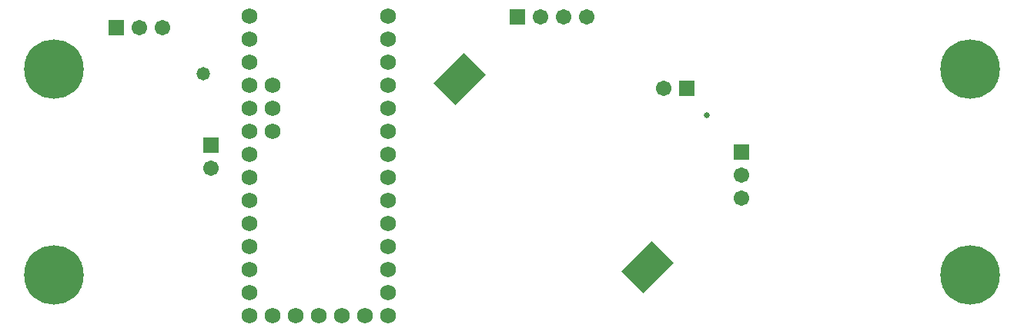
<source format=gbs>
G04*
G04 #@! TF.GenerationSoftware,Altium Limited,Altium Designer,21.9.2 (33)*
G04*
G04 Layer_Color=16711935*
%FSLAX25Y25*%
%MOIN*%
G70*
G04*
G04 #@! TF.SameCoordinates,2C83DE0A-7195-4B62-B77E-4443F677CE33*
G04*
G04*
G04 #@! TF.FilePolarity,Negative*
G04*
G01*
G75*
%ADD51R,0.06706X0.06706*%
%ADD53C,0.06800*%
%ADD54C,0.25800*%
%ADD55C,0.06706*%
%ADD56R,0.06706X0.06706*%
%ADD57C,0.05800*%
%ADD58C,0.02600*%
G04:AMPARAMS|DCode=81|XSize=133.98mil|YSize=188mil|CornerRadius=0mil|HoleSize=0mil|Usage=FLASHONLY|Rotation=135.000|XOffset=0mil|YOffset=0mil|HoleType=Round|Shape=Rectangle|*
%AMROTATEDRECTD81*
4,1,4,0.11384,0.01910,-0.01910,-0.11384,-0.11384,-0.01910,0.01910,0.11384,0.11384,0.01910,0.0*
%
%ADD81ROTATEDRECTD81*%

D51*
X-112500Y-62500D02*
D03*
X-342000Y-59500D02*
D03*
D53*
X-315500Y-53500D02*
D03*
Y-43500D02*
D03*
Y-33500D02*
D03*
X-305500Y-133500D02*
D03*
X-325500Y-3500D02*
D03*
Y-13500D02*
D03*
Y-23500D02*
D03*
Y-33500D02*
D03*
Y-43500D02*
D03*
Y-53500D02*
D03*
Y-63500D02*
D03*
Y-73500D02*
D03*
Y-83500D02*
D03*
Y-93500D02*
D03*
Y-103500D02*
D03*
Y-113500D02*
D03*
Y-123500D02*
D03*
Y-133500D02*
D03*
X-315500D02*
D03*
X-295500D02*
D03*
X-285500D02*
D03*
X-275500D02*
D03*
X-265500D02*
D03*
Y-123500D02*
D03*
Y-113500D02*
D03*
Y-103500D02*
D03*
Y-93500D02*
D03*
Y-83500D02*
D03*
Y-73500D02*
D03*
Y-63500D02*
D03*
Y-53500D02*
D03*
Y-43500D02*
D03*
Y-33500D02*
D03*
Y-23500D02*
D03*
Y-13500D02*
D03*
Y-3500D02*
D03*
D54*
X-410000Y-26500D02*
D03*
X-13500D02*
D03*
Y-116000D02*
D03*
X-410000D02*
D03*
D55*
X-112500Y-72500D02*
D03*
Y-82500D02*
D03*
X-342000Y-69500D02*
D03*
X-373000Y-8500D02*
D03*
X-363000D02*
D03*
X-179500Y-4000D02*
D03*
X-189500D02*
D03*
X-199500D02*
D03*
X-146000Y-35000D02*
D03*
D56*
X-383000Y-8500D02*
D03*
X-209500Y-4000D02*
D03*
X-136000Y-35000D02*
D03*
D57*
X-345500Y-28500D02*
D03*
D58*
X-127500Y-46500D02*
D03*
D81*
X-234568Y-30932D02*
D03*
X-153000Y-112500D02*
D03*
M02*

</source>
